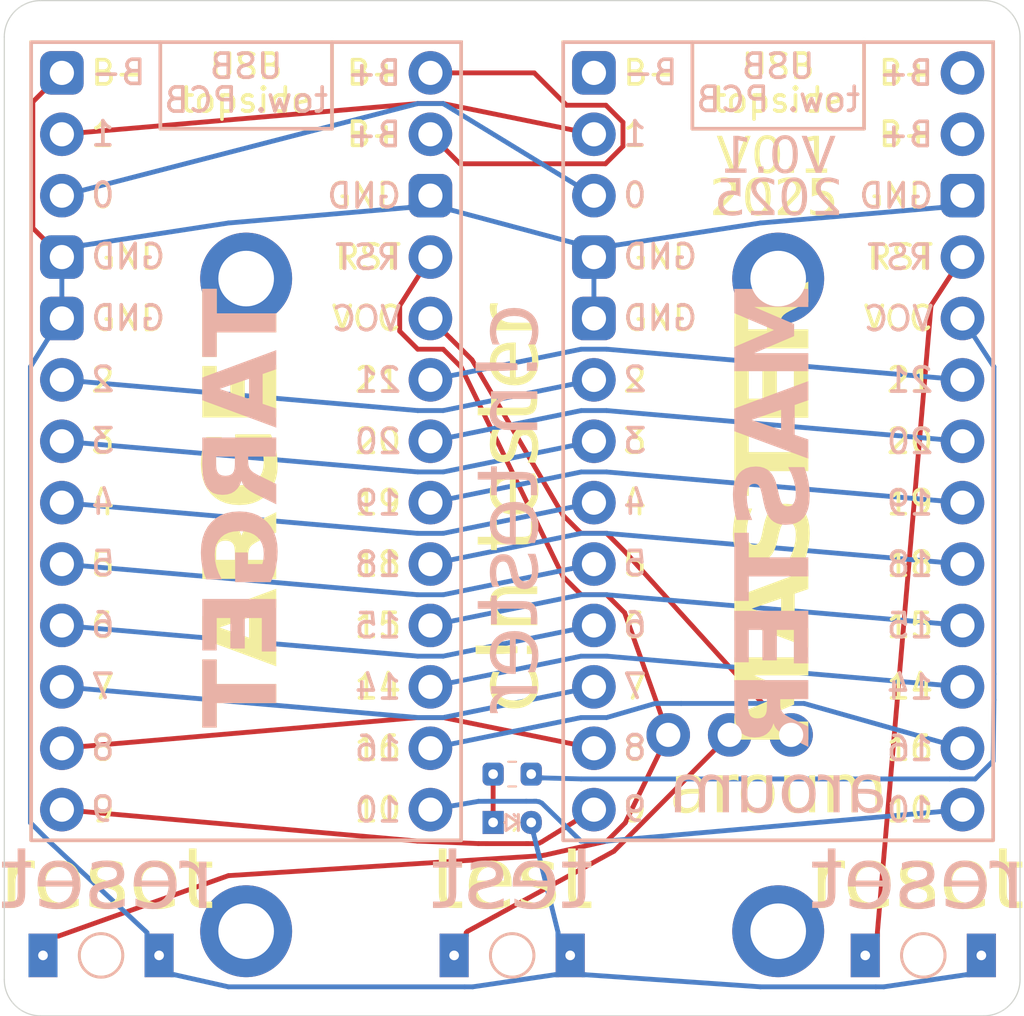
<source format=kicad_pcb>
(kicad_pcb (version 20241229) (generator "pcbnew") (generator_version "9.0")
  (layers (0 "F.Cu" signal) (2 "B.Cu" signal) (13 "F.Paste" user) (15 "B.Paste" user) (5 "F.SilkS" user "F.Silkscreen") (7 "B.SilkS" user "B.Silkscreen") (1 "F.Mask" user) (3 "B.Mask" user) (25 "Edge.Cuts" user))
  (net 0 "")
  (net 1 "GND")
  (net 2 "D1")
  (net 3 "D6")
  (net 4 "D3")
  (net 5 "D15")
  (net 6 "D8")
  (net 7 "D21")
  (net 8 "VCC_slave")
  (net 9 "D5")
  (net 10 "D18")
  (net 11 "D16")
  (net 12 "D2")
  (net 13 "D7")
  (net 14 "D19")
  (net 15 "D10")
  (net 16 "D14")
  (net 17 "D9")
  (net 18 "D4")
  (net 19 "D0")
  (net 20 "D20")
  (net 21 "b+_slave")
  (net 22 "RST_slave")
  (net 24 "RST_master")
  (net 26 "STRT_master")
  (net 28 "Net-(VD1-A)")
  (net 29 "LED_master")
  (footprint "PNCATEHO:SW_3x4x2_2legs_duplex" (layer "F.Cu") (at 148.5 79.25)
    (property "Reference" "SW1" (hide yes))
    (property "Value" "SW_Push" (hide yes))
    (fp_circle (center 0 0) (end 0.9 0) (stroke (width 0.12)) (fill no) (layer "F.SilkS"))
    (fp_circle (center 0 0) (end 0.9 0) (stroke (width 0.12)) (fill no) (layer "B.SilkS"))
    (pad "1" thru_hole rect (at -2.4 0) (size 1.2 1.8) (drill 0.4) (layers "*.Cu" "*.Mask") (net 26 "STRT_master"))
    (pad "2" thru_hole rect (at 2.4 0) (size 1.2 1.8) (drill 0.4) (layers "*.Cu" "*.Mask") (net 1 "GND"))
  )
  (footprint "PNCATEHO:SW_3x4x2_2legs_duplex" (layer "F.Cu") (at 165.5 79.25)
    (property "Reference" "SW3" (hide yes))
    (property "Value" "SW_Push" (hide yes))
    (fp_circle (center 0 0) (end 0.9 0) (stroke (width 0.12)) (fill no) (layer "F.SilkS"))
    (fp_circle (center 0 0) (end 0.9 0) (stroke (width 0.12)) (fill no) (layer "B.SilkS"))
    (pad "1" thru_hole rect (at -2.4 0) (size 1.2 1.8) (drill 0.4) (layers "*.Cu" "*.Mask") (net 24 "RST_master"))
    (pad "2" thru_hole rect (at 2.4 0) (size 1.2 1.8) (drill 0.4) (layers "*.Cu" "*.Mask") (net 1 "GND"))
  )
  (footprint "didSwitch:mountingHole_plate" (layer "F.Cu") (at 159.5 51.25 -10)
    (property "Reference" "H2" (hide yes))
    (property "Value" "MountingHole" (hide yes))
    (pad "" thru_hole circle (at 0 0 350) (size 3.8 3.8) (drill 2.3) (layers "*.Cu" "*.Mask"))
  )
  (footprint "didSwitch:mountingHole_plate" (layer "F.Cu") (at 159.5 78.25 -10)
    (property "Reference" "H4" (hide yes))
    (property "Value" "MountingHole" (hide yes))
    (pad "" thru_hole circle (at 0 0 350) (size 3.8 3.8) (drill 2.3) (layers "*.Cu" "*.Mask"))
  )
  (footprint "didSwitch:mountingHole_plate" (layer "F.Cu") (at 137.5 78.25 -10)
    (property "Reference" "H3" (hide yes))
    (property "Value" "MountingHole" (hide yes))
    (pad "" thru_hole circle (at 0 0 350) (size 3.8 3.8) (drill 2.3) (layers "*.Cu" "*.Mask"))
  )
  (footprint "didSwitch:mountingHole_plate" (layer "F.Cu") (at 137.5 51.25 -10)
    (property "Reference" "H1" (hide yes))
    (property "Value" "MountingHole" (hide yes))
    (pad "" thru_hole circle (at 0 0 350) (size 3.8 3.8) (drill 2.3) (layers "*.Cu" "*.Mask"))
  )
  (footprint "SuperMini_nRF52840_AH_Reversible" (layer "F.Cu") (at 159.5 59.25)
    (property "Reference" "U2" (hide yes))
    (property "Value" "ProMicro_r" (hide yes))
    (fp_line (start -3.55 -14.2) (end -3.55 -17.78) (stroke (width 0.15)) (layer "F.SilkS"))
    (fp_line (start 3.55 -14.2) (end -3.55 -14.2) (stroke (width 0.15)) (layer "F.SilkS"))
    (fp_line (start 3.55 -14.2) (end 3.55 -17.78) (stroke (width 0.15)) (layer "F.SilkS"))
    (fp_rect (start -8.89 -17.78) (end 8.89 15.24) (stroke (width 0.15)) (fill no) (layer "F.SilkS"))
    (fp_line (start -3.55 -14.2) (end -3.55 -17.78) (stroke (width 0.15)) (layer "B.SilkS"))
    (fp_line (start -3.55 -14.2) (end 3.55 -14.2) (stroke (width 0.15)) (layer "B.SilkS"))
    (fp_line (start 3.55 -14.2) (end 3.55 -17.78) (stroke (width 0.15)) (layer "B.SilkS"))
    (fp_rect (start 8.89 -17.78) (end -8.89 15.24) (stroke (width 0.15)) (fill no) (layer "B.SilkS"))
    (fp_text user "topside" (at 0 -14.8 0) (layer "F.SilkS") (effects (justify bottom)))
    (fp_text user "USB" (at 0 -16.2 0) (layer "F.SilkS") (effects (justify bottom)))
    (fp_text user "tow. PCB" (at 0 -14.83 0) (layer "B.SilkS") (effects (justify bottom mirror)))
    (fp_text user "USB" (at 0 -16.2 0) (layer "B.SilkS") (effects (justify bottom mirror)))
    (pad "1" thru_hole circle (at -7.62 -13.97) (size 1.8 1.8) (drill 1) (layers "*.Cu" "*.Mask") (net 2 "D1"))
    (pad "2" thru_hole circle (at -7.62 -11.43) (size 1.8 1.8) (drill 1) (layers "*.Cu" "*.Mask") (net 19 "D0"))
    (pad "3" thru_hole roundrect (at -7.62 -8.89) (size 1.8 1.8) (drill 1) (layers "*.Cu" "*.Mask") (net 1 "GND"))
    (pad "4" thru_hole roundrect (at -7.62 -6.35) (size 1.8 1.8) (drill 1) (layers "*.Cu" "*.Mask") (net 1 "GND"))
    (pad "5" thru_hole circle (at -7.62 -3.81) (size 1.8 1.8) (drill 1) (layers "*.Cu" "*.Mask") (net 12 "D2"))
    (pad "6" thru_hole circle (at -7.62 -1.27) (size 1.8 1.8) (drill 1) (layers "*.Cu" "*.Mask") (net 4 "D3"))
    (pad "7" thru_hole circle (at -7.62 1.27) (size 1.8 1.8) (drill 1) (layers "*.Cu" "*.Mask") (net 18 "D4"))
    (pad "8" thru_hole circle (at -7.62 3.81) (size 1.8 1.8) (drill 1) (layers "*.Cu" "*.Mask") (net 9 "D5"))
    (pad "9" thru_hole circle (at -7.62 6.35) (size 1.8 1.8) (drill 1) (layers "*.Cu" "*.Mask") (net 3 "D6"))
    (pad "10" thru_hole circle (at -7.62 8.89) (size 1.8 1.8) (drill 1) (layers "*.Cu" "*.Mask") (net 13 "D7"))
    (pad "11" thru_hole circle (at -7.62 11.43) (size 1.8 1.8) (drill 1) (layers "*.Cu" "*.Mask") (net 6 "D8"))
    (pad "12" thru_hole circle (at -7.62 13.97) (size 1.8 1.8) (drill 1) (layers "*.Cu" "*.Mask") (net 17 "D9"))
    (pad "13" thru_hole circle (at 7.62 13.97) (size 1.8 1.8) (drill 1) (layers "*.Cu" "*.Mask") (net 15 "D10"))
    (pad "14" thru_hole circle (at 7.62 11.43) (size 1.8 1.8) (drill 1) (layers "*.Cu" "*.Mask") (net 11 "D16"))
    (pad "15" thru_hole circle (at 7.62 8.89) (size 1.8 1.8) (drill 1) (layers "*.Cu" "*.Mask") (net 16 "D14"))
    (pad "16" thru_hole circle (at 7.62 6.35) (size 1.8 1.8) (drill 1) (layers "*.Cu" "*.Mask") (net 5 "D15"))
    (pad "17" thru_hole circle (at 7.62 3.81) (size 1.8 1.8) (drill 1) (layers "*.Cu" "*.Mask") (net 10 "D18"))
    (pad "18" thru_hole circle (at 7.62 1.27) (size 1.8 1.8) (drill 1) (layers "*.Cu" "*.Mask") (net 14 "D19"))
    (pad "19" thru_hole circle (at 7.62 -1.27) (size 1.8 1.8) (drill 1) (layers "*.Cu" "*.Mask") (net 20 "D20"))
    (pad "20" thru_hole circle (at 7.62 -3.81) (size 1.8 1.8) (drill 1) (layers "*.Cu" "*.Mask") (net 7 "D21"))
    (pad "21" thru_hole circle (at 7.62 -6.35) (size 1.8 1.8) (drill 1) (layers "*.Cu" "*.Mask") (net 29 "LED_master"))
    (pad "22" thru_hole circle (at 7.62 -8.89) (size 1.8 1.8) (drill 1) (layers "*.Cu" "*.Mask") (net 24 "RST_master"))
    (pad "23" thru_hole roundrect (at 7.62 -11.43) (size 1.8 1.8) (drill 1) (layers "*.Cu" "*.Mask") (net 1 "GND"))
    (pad "24" thru_hole circle (at 7.62 -13.97) (size 1.8 1.8) (drill 1) (layers "*.Cu" "*.Mask"))
    (pad "25" thru_hole circle (at -4.5466 10.87628) (size 1.8 1.8) (drill 1) (layers "*.Cu" "*.Mask") (net 22 "RST_slave"))
    (pad "26" thru_hole circle (at -2.0066 10.87628) (size 1.8 1.8) (drill 1) (layers "*.Cu" "*.Mask") (net 26 "STRT_master"))
    (pad "27" thru_hole circle (at 0.5334 10.87628) (size 1.8 1.8) (drill 1) (layers "*.Cu" "*.Mask") (net 8 "VCC_slave"))
    (pad "28" thru_hole roundrect (at -7.62 -16.51) (size 1.8 1.8) (drill 1) (layers "*.Cu" "*.Mask"))
    (pad "29" thru_hole circle (at 7.62 -16.51) (size 1.8 1.8) (drill 1) (layers "*.Cu" "*.Mask"))
  )
  (footprint "SuperMini_nRF52840_AH_Reversible" (layer "F.Cu") (at 137.5 59.25)
    (property "Reference" "U1" (hide yes))
    (property "Value" "ProMicro_r" (hide yes))
    (fp_line (start -3.55 -14.2) (end -3.55 -17.78) (stroke (width 0.15)) (layer "F.SilkS"))
    (fp_line (start 3.55 -14.2) (end -3.55 -14.2) (stroke (width 0.15)) (layer "F.SilkS"))
    (fp_line (start 3.55 -14.2) (end 3.55 -17.78) (stroke (width 0.15)) (layer "F.SilkS"))
    (fp_rect (start -8.89 -17.78) (end 8.89 15.24) (stroke (width 0.15)) (fill no) (layer "F.SilkS"))
    (fp_line (start -3.55 -14.2) (end -3.55 -17.78) (stroke (width 0.15)) (layer "B.SilkS"))
    (fp_line (start -3.55 -14.2) (end 3.55 -14.2) (stroke (width 0.15)) (layer "B.SilkS"))
    (fp_line (start 3.55 -14.2) (end 3.55 -17.78) (stroke (width 0.15)) (layer "B.SilkS"))
    (fp_rect (start 8.89 -17.78) (end -8.89 15.24) (stroke (width 0.15)) (fill no) (layer "B.SilkS"))
    (fp_text user "USB" (at 0 -16.2 0) (layer "F.SilkS") (effects (justify bottom)))
    (fp_text user "topside" (at 0 -14.8 0) (layer "F.SilkS") (effects (justify bottom)))
    (fp_text user "USB" (at 0 -16.2 0) (layer "B.SilkS") (effects (justify bottom mirror)))
    (fp_text user "tow. PCB" (at 0 -14.8 0) (layer "B.SilkS") (effects (justify bottom mirror)))
    (pad "1" thru_hole circle (at -7.62 -13.97) (size 1.8 1.8) (drill 1) (layers "*.Cu" "*.Mask") (net 2 "D1"))
    (pad "2" thru_hole circle (at -7.62 -11.43) (size 1.8 1.8) (drill 1) (layers "*.Cu" "*.Mask") (net 19 "D0"))
    (pad "3" thru_hole roundrect (at -7.62 -8.89) (size 1.8 1.8) (drill 1) (layers "*.Cu" "*.Mask") (net 1 "GND"))
    (pad "4" thru_hole roundrect (at -7.62 -6.35) (size 1.8 1.8) (drill 1) (layers "*.Cu" "*.Mask") (net 1 "GND"))
    (pad "5" thru_hole circle (at -7.62 -3.81) (size 1.8 1.8) (drill 1) (layers "*.Cu" "*.Mask") (net 12 "D2"))
    (pad "6" thru_hole circle (at -7.62 -1.27) (size 1.8 1.8) (drill 1) (layers "*.Cu" "*.Mask") (net 4 "D3"))
    (pad "7" thru_hole circle (at -7.62 1.27) (size 1.8 1.8) (drill 1) (layers "*.Cu" "*.Mask") (net 18 "D4"))
    (pad "8" thru_hole circle (at -7.62 3.81) (size 1.8 1.8) (drill 1) (layers "*.Cu" "*.Mask") (net 9 "D5"))
    (pad "9" thru_hole circle (at -7.62 6.35) (size 1.8 1.8) (drill 1) (layers "*.Cu" "*.Mask") (net 3 "D6"))
    (pad "10" thru_hole circle (at -7.62 8.89) (size 1.8 1.8) (drill 1) (layers "*.Cu" "*.Mask") (net 13 "D7"))
    (pad "11" thru_hole circle (at -7.62 11.43) (size 1.8 1.8) (drill 1) (layers "*.Cu" "*.Mask") (net 6 "D8"))
    (pad "12" thru_hole circle (at -7.62 13.97) (size 1.8 1.8) (drill 1) (layers "*.Cu" "*.Mask") (net 17 "D9"))
    (pad "13" thru_hole circle (at 7.62 13.97) (size 1.8 1.8) (drill 1) (layers "*.Cu" "*.Mask") (net 15 "D10"))
    (pad "14" thru_hole circle (at 7.62 11.43) (size 1.8 1.8) (drill 1) (layers "*.Cu" "*.Mask") (net 11 "D16"))
    (pad "15" thru_hole circle (at 7.62 8.89) (size 1.8 1.8) (drill 1) (layers "*.Cu" "*.Mask") (net 16 "D14"))
    (pad "16" thru_hole circle (at 7.62 6.35) (size 1.8 1.8) (drill 1) (layers "*.Cu" "*.Mask") (net 5 "D15"))
    (pad "17" thru_hole circle (at 7.62 3.81) (size 1.8 1.8) (drill 1) (layers "*.Cu" "*.Mask") (net 10 "D18"))
    (pad "18" thru_hole circle (at 7.62 1.27) (size 1.8 1.8) (drill 1) (layers "*.Cu" "*.Mask") (net 14 "D19"))
    (pad "19" thru_hole circle (at 7.62 -1.27) (size 1.8 1.8) (drill 1) (layers "*.Cu" "*.Mask") (net 20 "D20"))
    (pad "20" thru_hole circle (at 7.62 -3.81) (size 1.8 1.8) (drill 1) (layers "*.Cu" "*.Mask") (net 7 "D21"))
    (pad "21" thru_hole circle (at 7.62 -6.35) (size 1.8 1.8) (drill 1) (layers "*.Cu" "*.Mask") (net 8 "VCC_slave"))
    (pad "22" thru_hole circle (at 7.62 -8.89) (size 1.8 1.8) (drill 1) (layers "*.Cu" "*.Mask") (net 22 "RST_slave"))
    (pad "23" thru_hole roundrect (at 7.62 -11.43) (size 1.8 1.8) (drill 1) (layers "*.Cu" "*.Mask") (net 1 "GND"))
    (pad "24" thru_hole circle (at 7.62 -13.97) (size 1.8 1.8) (drill 1) (layers "*.Cu" "*.Mask") (net 21 "b+_slave"))
    (pad "28" thru_hole roundrect (at -7.62 -16.51) (size 1.8 1.8) (drill 1) (layers "*.Cu" "*.Mask") (net 1 "GND"))
    (pad "29" thru_hole circle (at 7.62 -16.51) (size 1.8 1.8) (drill 1) (layers "*.Cu" "*.Mask") (net 21 "b+_slave"))
  )
  (footprint "PNCATEHO:SW_3x4x2_2legs_duplex" (layer "F.Cu") (at 131.5 79.25)
    (property "Reference" "SW2" (hide yes))
    (property "Value" "SW_Push" (hide yes))
    (fp_circle (center 0 0) (end 0.9 0) (stroke (width 0.12)) (fill no) (layer "F.SilkS"))
    (fp_circle (center 0 0) (end 0.9 0) (stroke (width 0.12)) (fill no) (layer "B.SilkS"))
    (pad "1" thru_hole rect (at -2.4 0) (size 1.2 1.8) (drill 0.4) (layers "*.Cu" "*.Mask") (net 22 "RST_slave"))
    (pad "2" thru_hole rect (at 2.4 0) (size 1.2 1.8) (drill 0.4) (layers "*.Cu" "*.Mask") (net 1 "GND"))
  )
  (footprint "didSwitch:LED_0603_1608Metric_rev" (layer "F.Cu") (at 148.5 73.75 180)
    (property "Reference" "VD1" (hide yes))
    (property "Value" "LED" (hide yes))
    (fp_line (start 0.3048 0) (end 0.254 0) (stroke (width 0.12)) (layer "F.SilkS"))
    (fp_line (start 0.254 0.3302) (end 0.254 -0.3302) (stroke (width 0.12)) (layer "F.SilkS"))
    (fp_line (start 0.254 -0.3302) (end -0.254 0) (stroke (width 0.12)) (layer "F.SilkS"))
    (fp_line (start -0.127 -0.254) (end -0.0762 -0.3302) (stroke (width 0.12)) (layer "F.SilkS"))
    (fp_line (start -0.254 0.3302) (end -0.254 -0.3302) (stroke (width 0.12)) (layer "F.SilkS"))
    (fp_line (start -0.254 0) (end -0.2794 0) (stroke (width 0.12)) (layer "F.SilkS"))
    (fp_line (start -0.254 -0.0254) (end 0.254 0.3302) (stroke (width 0.12)) (layer "F.SilkS"))
    (fp_line (start 0.3048 0) (end 0.254 0) (stroke (width 0.12)) (layer "B.SilkS"))
    (fp_line (start 0.254 0.3302) (end -0.254 0) (stroke (width 0.12)) (layer "B.SilkS"))
    (fp_line (start 0.254 -0.3302) (end 0.254 0.3302) (stroke (width 0.12)) (layer "B.SilkS"))
    (fp_line (start -0.127 0.254) (end -0.0762 0.3302) (stroke (width 0.12)) (layer "B.SilkS"))
    (fp_line (start -0.254 0.0254) (end 0.254 -0.3302) (stroke (width 0.12)) (layer "B.SilkS"))
    (fp_line (start -0.254 0) (end -0.2794 0) (stroke (width 0.12)) (layer "B.SilkS"))
    (fp_line (start -0.254 -0.3302) (end -0.254 0.3302) (stroke (width 0.12)) (layer "B.SilkS"))
    (pad "1" thru_hole roundrect (at -0.7875 0 180) (size 0.875 0.95) (drill 0.4) (layers "*.Cu" "*.Mask") (roundrect_rratio 0.457) (net 1 "GND"))
    (pad "2" thru_hole rect (at 0.7875 0 180) (size 0.875 0.95) (drill 0.4) (layers "*.Cu" "*.Mask") (net 28 "Net-(VD1-A)"))
  )
  (footprint "didSwitch:R_0603_1608Metric_rev" (layer "B.Cu") (at 148.5 71.75)
    (property "Reference" "R1" (hide yes))
    (property "Value" "R" (hide yes))
    (fp_line (start 0.162779 -0.51) (end -0.162779 -0.51) (stroke (width 0.08)) (layer "F.SilkS"))
    (fp_line (start 0.162779 0.51) (end -0.162779 0.51) (stroke (width 0.08)) (layer "F.SilkS"))
    (fp_line (start 0.162779 -0.51) (end -0.162779 -0.51) (stroke (width 0.08)) (layer "B.SilkS"))
    (fp_line (start 0.162779 0.51) (end -0.162779 0.51) (stroke (width 0.08)) (layer "B.SilkS"))
    (pad "1" thru_hole roundrect (at 0.7875 0 180) (size 0.875 0.95) (drill 0.4) (layers "*.Cu" "*.Mask") (net 29 "LED_master"))
    (pad "2" thru_hole roundrect (at -0.7875 0 180) (size 0.875 0.95) (drill 0.4) (layers "*.Cu" "*.Mask") (net 28 "Net-(VD1-A)"))
  )
  (gr_line (start 168 81.75) (end 129 81.75) (stroke (width 0.05)) (layer "Edge.Cuts"))
  (gr_arc (start 168 39.75) (mid 169.06066 40.18934) (end 169.5 41.25) (stroke (width 0.05)) (layer "Edge.Cuts"))
  (gr_line (start 127.5 80.25) (end 127.5 41.25) (stroke (width 0.05)) (layer "Edge.Cuts"))
  (gr_arc (start 127.5 41.25) (mid 127.93934 40.18934) (end 129 39.75) (stroke (width 0.05)) (layer "Edge.Cuts"))
  (gr_line (start 129 39.75) (end 168 39.75) (stroke (width 0.05)) (layer "Edge.Cuts"))
  (gr_line (start 169.5 41.25) (end 169.5 80.25) (stroke (width 0.05)) (layer "Edge.Cuts"))
  (gr_arc (start 169.5 80.25) (mid 169.06066 81.31066) (end 168 81.75) (stroke (width 0.05)) (layer "Edge.Cuts"))
  (gr_arc (start 129 81.75) (mid 127.93934 81.31066) (end 127.5 80.25) (stroke (width 0.05)) (layer "Edge.Cuts"))
  (gr_text "21" (at 144 55.44 0) (layer "F.SilkS") (effects (font (size 1 1)) (justify right)))
  (gr_text "9" (at 153 73.22 0) (layer "F.SilkS") (effects (font (size 1 1)) (justify left)))
  (gr_text "10" (at 166 73.22 0) (layer "F.SilkS") (effects (font (size 1 1)) (justify right)))
  (gr_text "1" (at 131 45.28 0) (layer "F.SilkS") (effects (font (size 1 1)) (justify left)))
  (gr_text "7" (at 131 68.14 0) (layer "F.SilkS") (effects (font (size 1 1)) (justify left)))
  (gr_text "15" (at 166 65.6 0) (layer "F.SilkS") (effects (font (size 1 1)) (justify right)))
  (gr_text "1" (at 153 45.28 0) (layer "F.SilkS") (effects (font (size 1 1)) (justify left)))
  (gr_text "3" (at 131 57.98 0) (layer "F.SilkS") (effects (font (size 1 1)) (justify left)))
  (gr_text "18" (at 166 63.06 0) (layer "F.SilkS") (effects (font (size 1 1)) (justify right)))
  (gr_text "10" (at 144 73.22 0) (layer "F.SilkS") (effects (font (size 1 1)) (justify right)))
  (gr_text "GND" (at 153 52.9 0) (layer "F.SilkS") (effects (font (size 1 1)) (justify left)))
  (gr_text "MASTER" (at 159.5 61 90) (layer "F.SilkS") (effects (font (size 3 3) (thickness 0.2) (bold yes))))
  (gr_text "VCC" (at 166 52.9 0) (layer "F.SilkS") (effects (font (size 1 1)) (justify right)))
  (gr_text "19" (at 144 60.52 0) (layer "F.SilkS") (effects (font (size 1 1)) (justify right)))
  (gr_text "VCC" (at 144 52.9 0) (layer "F.SilkS") (effects (font (size 1 1)) (justify right)))
  (gr_text "0" (at 153 47.82 0) (layer "F.SilkS") (effects (font (size 1 1)) (justify left)))
  (gr_text "14" (at 144 68.14 0) (layer "F.SilkS") (effects (font (size 1 1)) (justify right)))
  (gr_text "16" (at 166 70.68 0) (layer "F.SilkS") (effects (font (size 1 1)) (justify right)))
  (gr_text "GND" (at 131 52.9 0) (layer "F.SilkS") (effects (font (size 1 1)) (justify left)))
  (gr_text "9" (at 131 73.22 0) (layer "F.SilkS") (effects (font (size 1 1)) (justify left)))
  (gr_text "16" (at 144 70.68 0) (layer "F.SilkS") (effects (font (size 1 1)) (justify right)))
  (gr_text "4" (at 153 60.52 0) (layer "F.SilkS") (effects (font (size 1 1)) (justify left)))
  (gr_text "aroum" (at 159.5 72.5 0) (layer "F.SilkS") (effects (font (size 2 2))))
  (gr_text "B+" (at 166 45.28 0) (layer "F.SilkS") (effects (font (size 1 1)) (justify right)))
  (gr_text "GND" (at 153 50.36 0) (layer "F.SilkS") (effects (font (size 1 1)) (justify left)))
  (gr_text "19" (at 166 60.52 0) (layer "F.SilkS") (effects (font (size 1 1)) (justify right)))
  (gr_text "2025" (at 159.33 48 0) (layer "F.SilkS") (effects (font (size 1.5 1.5))))
  (gr_text "GND" (at 144 47.82 0) (layer "F.SilkS") (effects (font (size 1 1)) (justify right)))
  (gr_text "0" (at 131 47.82 0) (layer "F.SilkS") (effects (font (size 1 1)) (justify left)))
  (gr_text "20" (at 144 57.98 0) (layer "F.SilkS") (effects (font (size 1 1)) (justify right)))
  (gr_text "RST" (at 144 50.36 0) (layer "F.SilkS") (effects (font (size 1 1)) (justify right)))
  (gr_text "8" (at 153 70.68 0) (layer "F.SilkS") (effects (font (size 1 1)) (justify left)))
  (gr_text "5" (at 131 63.06 0) (layer "F.SilkS") (effects (font (size 1 1)) (justify left)))
  (gr_text "RST" (at 166 50.36 0) (layer "F.SilkS") (effects (font (size 1 1)) (justify right)))
  (gr_text "GND" (at 166 47.82 0) (layer "F.SilkS") (effects (font (size 1 1)) (justify right)))
  (gr_text "15" (at 144 65.6 0) (layer "F.SilkS") (effects (font (size 1 1)) (justify right)))
  (gr_text "test" (at 148.5 76.25 0) (layer "F.SilkS") (effects (font (size 2.5 2.5))))
  (gr_text "4" (at 131 60.52 0) (layer "F.SilkS") (effects (font (size 1 1)) (justify left)))
  (gr_text "B+" (at 166 42.74 0) (layer "F.SilkS") (effects (font (size 1 1)) (justify right)))
  (gr_text "8" (at 131 70.68 0) (layer "F.SilkS") (effects (font (size 1 1)) (justify left)))
  (gr_text "6" (at 153 65.6 0) (layer "F.SilkS") (effects (font (size 1 1)) (justify left)))
  (gr_text "V0.1\n" (at 159.33 46.25 0) (layer "F.SilkS") (effects (font (size 1.5 1.5))))
  (gr_text "B-" (at 153 42.74 0) (layer "F.SilkS") (effects (font (size 1 1)) (justify left)))
  (gr_text "5" (at 153 63.06 0) (layer "F.SilkS") (effects (font (size 1 1)) (justify left)))
  (gr_text "18" (at 144 63.06 0) (layer "F.SilkS") (effects (font (size 1 1)) (justify right)))
  (gr_text "3" (at 153 57.98 0) (layer "F.SilkS") (effects (font (size 1 1)) (justify left)))
  (gr_text "7" (at 153 68.14 0) (layer "F.SilkS") (effects (font (size 1 1)) (justify left)))
  (gr_text "14" (at 166 68.14 0) (layer "F.SilkS") (effects (font (size 1 1)) (justify right)))
  (gr_text "2" (at 153 55.44 0) (layer "F.SilkS") (effects (font (size 1 1)) (justify left)))
  (gr_text "B-" (at 131 42.74 0) (layer "F.SilkS") (effects (font (size 1 1)) (justify left)))
  (gr_text "B+" (at 144 45.28 0) (layer "F.SilkS") (effects (font (size 1 1)) (justify right)))
  (gr_text "20" (at 166 57.98 0) (layer "F.SilkS") (effects (font (size 1 1)) (justify right)))
  (gr_text "21" (at 166 55.44 0) (layer "F.SilkS") (effects (font (size 1 1)) (justify right)))
  (gr_text "reset" (at 165.25 76.25 0) (layer "F.SilkS") (effects (font (size 2.5 2.5))))
  (gr_text "c!n tester" (at 148.5 60.75 90) (layer "F.SilkS") (effects (font (size 2.5 2.5))))
  (gr_text "TARGET" (at 137.5 60.75 90) (layer "F.SilkS") (effects (font (size 3 3) (thickness 0.2) (bold yes))))
  (gr_text "B+" (at 144 42.74 0) (layer "F.SilkS") (effects (font (size 1 1)) (justify right)))
  (gr_text "reset" (at 131.75 76.25 0) (layer "F.SilkS") (effects (font (size 2.5 2.5))))
  (gr_text "6" (at 131 65.6 0) (layer "F.SilkS") (effects (font (size 1 1)) (justify left)))
  (gr_text "GND" (at 131 50.36 0) (layer "F.SilkS") (effects (font (size 1 1)) (justify left)))
  (gr_text "2" (at 131 55.44 0) (layer "F.SilkS") (effects (font (size 1 1)) (justify left)))
  (gr_text "15" (at 144 65.61 -0) (layer "B.SilkS") (effects (font (size 1 1)) (justify left mirror)))
  (gr_text "7" (at 153 68.12 0) (layer "B.SilkS") (effects (font (size 1 1)) (justify right mirror)))
  (gr_text "9" (at 153 73.2 0) (layer "B.SilkS") (effects (font (size 1 1)) (justify right mirror)))
  (gr_text "reset" (at 165.25 76.25 -0) (layer "B.SilkS") (effects (font (size 2.5 2.5)) (justify mirror)))
  (gr_text "21" (at 166 55.45 0) (layer "B.SilkS") (effects (font (size 1 1)) (justify left mirror)))
  (gr_text "GND" (at 131 52.88 -0) (layer "B.SilkS") (effects (font (size 1 1)) (justify right mirror)))
  (gr_text "RST" (at 144 50.37 -0) (layer "B.SilkS") (effects (font (size 1 1)) (justify left mirror)))
  (gr_text "15" (at 166 65.61 0) (layer "B.SilkS") (effects (font (size 1 1)) (justify left mirror)))
  (gr_text "GND" (at 153 52.88 0) (layer "B.SilkS") (effects (font (size 1 1)) (justify right mirror)))
  (gr_text "18" (at 144 63.07 -0) (layer "B.SilkS") (effects (font (size 1 1)) (justify left mirror)))
  (gr_text "GND" (at 153 50.34 0) (layer "B.SilkS") (effects (font (size 1 1)) (justify right mirror)))
  (gr_text "7" (at 131 68.12 -0) (layer "B.SilkS") (effects (font (size 1 1)) (justify right mirror)))
  (gr_text "GND" (at 144 47.83 -0) (layer "B.SilkS") (effects (font (size 1 1)) (justify left mirror)))
  (gr_text "3" (at 153 57.96 0) (layer "B.SilkS") (effects (font (size 1 1)) (justify right mirror)))
  (gr_text "B+" (at 166 42.75 0) (layer "B.SilkS") (effects (font (size 1 1)) (justify left mirror)))
  (gr_text "16" (at 166 70.69 0) (layer "B.SilkS") (effects (font (size 1 1)) (justify left mirror)))
  (gr_text "3" (at 131 57.96 -0) (layer "B.SilkS") (effects (font (size 1 1)) (justify right mirror)))
  (gr_text "5" (at 131 63.04 -0) (layer "B.SilkS") (effects (font (size 1 1)) (justify right mirror)))
  (gr_text "VCC" (at 166 52.91 0) (layer "B.SilkS") (effects (font (size 1 1)) (justify left mirror)))
  (gr_text "8" (at 131 70.66 -0) (layer "B.SilkS") (effects (font (size 1 1)) (justify right mirror)))
  (gr_text "5" (at 153 63.04 0) (layer "B.SilkS") (effects (font (size 1 1)) (justify right mirror)))
  (gr_text "GND" (at 166 47.83 0) (layer "B.SilkS") (effects (font (size 1 1)) (justify left mirror)))
  (gr_text "8" (at 153 70.66 0) (layer "B.SilkS") (effects (font (size 1 1)) (justify right mirror)))
  (gr_text "0" (at 153 47.8 0) (layer "B.SilkS") (effects (font (size 1 1)) (justify right mirror)))
  (gr_text "1" (at 153 45.26 0) (layer "B.SilkS") (effects (font (size 1 1)) (justify right mirror)))
  (gr_text "20" (at 166 57.99 0) (layer "B.SilkS") (effects (font (size 1 1)) (justify left mirror)))
  (gr_text "19" (at 166 60.53 0) (layer "B.SilkS") (effects (font (size 1 1)) (justify left mirror)))
  (gr_text "10" (at 166 73.23 0) (layer "B.SilkS") (effects (font (size 1 1)) (justify left mirror)))
  (gr_text "20" (at 144 57.99 -0) (layer "B.SilkS") (effects (font (size 1 1)) (justify left mirror)))
  (gr_text "4" (at 153 60.5 0) (layer "B.SilkS") (effects (font (size 1 1)) (justify right mirror)))
  (gr_text "2025" (at 159.5 48 0) (layer "B.SilkS") (effects (font (size 1.5 1.5)) (justify mirror)))
  (gr_text "2" (at 153 55.42 0) (layer "B.SilkS") (effects (font (size 1 1)) (justify right mirror)))
  (gr_text "6" (at 131 65.58 -0) (layer "B.SilkS") (effects (font (size 1 1)) (justify right mirror)))
  (gr_text "V0.1\n" (at 159.5 46.25 0) (layer "B.SilkS") (effects (font (size 1.5 1.5)) (justify mirror)))
  (gr_text "16" (at 144 70.69 -0) (layer "B.SilkS") (effects (font (size 1 1)) (justify left mirror)))
  (gr_text "18" (at 166 63.07 0) (layer "B.SilkS") (effects (font (size 1 1)) (justify left mirror)))
  (gr_text "GND" (at 131 50.34 -0) (layer "B.SilkS") (effects (font (size 1 1)) (justify right mirror)))
  (gr_text "aroum" (at 159.5 72.5 0) (layer "B.SilkS") (effects (font (size 2 2)) (justify mirror)))
  (gr_text "test" (at 148.5 76.25 0) (layer "B.SilkS") (effects (font (size 2.5 2.5)) (justify mirror)))
  (gr_text "B+" (at 144 42.75 -0) (layer "B.SilkS") (effects (font (size 1 1)) (justify left mirror)))
  (gr_text "c!n tester" (at 148.5 60.75 90) (layer "B.SilkS") (effects (font (size 2.5 2.5)) (justify mirror)))
  (gr_text "14" (at 166 68.15 0) (layer "B.SilkS") (effects (font (size 1 1)) (justify left mirror)))
  (gr_text "21" (at 144 55.45 -0) (layer "B.SilkS") (effects (font (size 1 1)) (justify left mirror)))
  (gr_text "MASTER" (at 159.5 61 90) (layer "B.SilkS") (effects (font (size 3 3) (thickness 0.2) (bold yes)) (justify mirror)))
  (gr_text "6" (at 153 65.58 0) (layer "B.SilkS") (effects (font (size 1 1)) (justify right mirror)))
  (gr_text "B+" (at 144 45.29 -0) (layer "B.SilkS") (effects (font (size 1 1)) (justify left mirror)))
  (gr_text "TARGET" (at 137.5 60.75 90) (layer "B.SilkS") (effects (font (size 3 3) (thickness 0.2) (bold yes)) (justify mirror)))
  (gr_text "9" (at 131 73.2 -0) (layer "B.SilkS") (effects (font (size 1 1)) (justify right mirror)))
  (gr_text "1" (at 131 45.26 -0) (layer "B.SilkS") (effects (font (size 1 1)) (justify right mirror)))
  (gr_text "10" (at 144 73.23 -0) (layer "B.SilkS") (effects (font (size 1 1)) (justify left mirror)))
  (gr_text "0" (at 131 47.8 -0) (layer "B.SilkS") (effects (font (size 1 1)) (justify right mirror)))
  (gr_text "B-" (at 131 42.72 -0) (layer "B.SilkS") (effects (font (size 1 1)) (justify right mirror)))
  (gr_text "reset" (at 131.75 76.25 -0) (layer "B.SilkS") (effects (font (size 2.5 2.5)) (justify mirror)))
  (gr_text "VCC" (at 144 52.91 -0) (layer "B.SilkS") (effects (font (size 1 1)) (justify left mirror)))
  (gr_text "B+" (at 166 45.29 0) (layer "B.SilkS") (effects (font (size 1 1)) (justify left mirror)))
  (gr_text "19" (at 144 60.53 -0) (layer "B.SilkS") (effects (font (size 1 1)) (justify left mirror)))
  (gr_text "RST" (at 166 50.37 0) (layer "B.SilkS") (effects (font (size 1 1)) (justify left mirror)))
  (gr_text "4" (at 131 60.5 -0) (layer "B.SilkS") (effects (font (size 1 1)) (justify right mirror)))
  (gr_text "14" (at 144 68.15 -0) (layer "B.SilkS") (effects (font (size 1 1)) (justify left mirror)))
  (gr_text "B-" (at 153 42.72 0) (layer "B.SilkS") (effects (font (size 1 1)) (justify right mirror)))
  (gr_text "2" (at 131 55.42 -0) (layer "B.SilkS") (effects (font (size 1 1)) (justify right mirror)))
  (segment (start 128.679 43.941) (end 129.88 42.74) (width 0.2) (layer "F.Cu") (net 1))
  (segment (start 128.679 49.159) (end 128.679 43.941) (width 0.2) (layer "F.Cu") (net 1))
  (segment (start 129.88 50.36) (end 128.679 49.159) (width 0.2) (layer "F.Cu") (net 1))
  (segment (start 149.3871 74.2326) (end 150.4 78.3086) (width 0.2) (layer "B.Cu") (net 1))
  (segment (start 151.4 80.05) (end 150.9 79.25) (width 0.2) (layer "B.Cu") (net 1))
  (segment (start 152.7777 49.868) (end 151.88 50.36) (width 0.2) (layer "B.Cu") (net 1))
  (segment (start 146.8657 80.55) (end 150.2586 80.05) (width 0.2) (layer "B.Cu") (net 1))
  (segment (start 128.5843 73.7645) (end 129.3355 74.5157) (width 0.2) (layer "B.Cu") (net 1))
  (segment (start 151.5 80.05) (end 151.4 80.05) (width 0.2) (layer "B.Cu") (net 1))
  (segment (start 150.4 78.45) (end 150.9 79.25) (width 0.2) (layer "B.Cu") (net 1))
  (segment (start 166.2222 48.312) (end 166.2088 48.312) (width 0.2) (layer "B.Cu") (net 1))
  (segment (start 151.88 52.0983) (end 151.88 52.9) (width 0.2) (layer "B.Cu") (net 1))
  (segment (start 167.4 80.05) (end 167.3 80.05) (width 0.2) (layer "B.Cu") (net 1))
  (segment (start 128.5843 54.8955) (end 128.58 54.9058) (width 0.2) (layer "B.Cu") (net 1))
  (segment (start 151.88 51.9983) (end 151.88 52.0983) (width 0.2) (layer "B.Cu") (net 1))
  (segment (start 129.3355 74.5157) (end 133.3414 78.25) (width 0.2) (layer "B.Cu") (net 1))
  (segment (start 149.2875 73.75) (end 149.3871 74.2167) (width 0.2) (layer "B.Cu") (net 1))
  (segment (start 151.0084 49.7624) (end 151.88 50.36) (width 0.2) (layer "B.Cu") (net 1))
  (segment (start 163.5343 80.55) (end 158.7669 80.55) (width 0.2) (layer "B.Cu") (net 1))
  (segment (start 129.88 51.1617) (end 129.88 50.36) (width 0.2) (layer "B.Cu") (net 1))
  (segment (start 136.7669 80.55) (end 146.5343 80.55) (width 0.2) (layer "B.Cu") (net 1))
  (segment (start 136.7669 48.95) (end 144.2088 48.312) (width 0.2) (layer "B.Cu") (net 1))
  (segment (start 150.3 80.05) (end 150.4 80.05) (width 0.2) (layer "B.Cu") (net 1))
  (segment (start 146.5343 80.55) (end 146.8657 80.55) (width 0.2) (layer "B.Cu") (net 1))
  (segment (start 130.7912 49.868) (end 136.7669 48.95) (width 0.2) (layer "B.Cu") (net 1))
  (segment (start 151.88 51.1617) (end 151.88 51.2617) (width 0.2) (layer "B.Cu") (net 1))
  (segment (start 166.2088 48.312) (end 158.7669 48.95) (width 0.2) (layer "B.Cu") (net 1))
  (segment (start 128.58 72.6858) (end 128.58 73.7542) (width 0.2) (layer "B.Cu") (net 1))
  (segment (start 129.88 52.0983) (end 129.88 51.9983) (width 0.2) (layer "B.Cu") (net 1))
  (segment (start 129.88 51.9983) (end 129.88 51.2617) (width 0.2) (layer "B.Cu") (net 1))
  (segment (start 151.88 51.2617) (end 151.88 51.9983) (width 0.2) (layer "B.Cu") (net 1))
  (segment (start 167.12 47.82) (end 166.2222 48.312) (width 0.2) (layer "B.Cu") (net 1))
  (segment (start 128.58 54.9058) (end 128.58 72.6858) (width 0.2) (layer "B.Cu") (net 1))
  (segment (start 130.7777 49.868) (end 130.7912 49.868) (width 0.2) (layer "B.Cu") (net 1))
  (segment (start 145.9916 48.4175) (end 151.0084 49.7624) (width 0.2) (layer "B.Cu") (net 1))
  (segment (start 129.88 52.9) (end 129.88 52.0983) (width 0.2) (layer "B.Cu") (net 1))
  (segment (start 129.88 50.36) (end 130.7777 49.868) (width 0.2) (layer "B.Cu") (net 1))
  (segment (start 150.4 78.3086) (end 150.4 78.35) (width 0.2) (layer "B.Cu") (net 1))
  (segment (start 134.5414 80.05) (end 136.7669 80.55) (width 0.2) (layer "B.Cu") (net 1))
  (segment (start 128.58 73.7542) (end 128.5843 73.7645) (width 0.2) (layer "B.Cu") (net 1))
  (segment (start 133.4 78.45) (end 133.9 79.25) (width 0.2) (layer "B.Cu") (net 1))
  (segment (start 152.7912 49.868) (end 152.7777 49.868) (width 0.2) (layer "B.Cu") (net 1))
  (segment (start 129.88 52.9) (end 129.2824 53.7716) (width 0.2) (layer "B.Cu") (net 1))
  (segment (start 129.2824 53.7757) (end 128.5843 54.8955) (width 0.2) (layer "B.Cu") (net 1))
  (segment (start 134.4 80.05) (end 134.5 80.05) (width 0.2) (layer "B.Cu") (net 1))
  (segment (start 150.4 78.35) (end 150.4 78.45) (width 0.2) (layer "B.Cu") (net 1))
  (segment (start 167.3 80.05) (end 167.2586 80.05) (width 0.2) (layer "B.Cu") (net 1))
  (segment (start 133.4 78.3086) (end 133.4 78.35) (width 0.2) (layer "B.Cu") (net 1))
  (segment (start 163.8657 80.55) (end 163.5343 80.55) (width 0.2) (layer "B.Cu") (net 1))
  (segment (start 134.5 80.05) (end 134.5414 80.05) (width 0.2) (layer "B.Cu") (net 1))
  (segment (start 144.2088 48.312) (end 144.2222 48.312) (width 0.2) (layer "B.Cu") (net 1))
  (segment (start 150.4 80.05) (end 150.9 79.25) (width 0.2) (layer "B.Cu") (net 1))
  (segment (start 133.4 78.35) (end 133.4 78.45) (width 0.2) (layer "B.Cu") (net 1))
  (segment (start 167.9 79.25) (end 167.4 80.05) (width 0.2) (layer "B.Cu") (net 1))
  (segment (start 158.7669 48.95) (end 152.7912 49.868) (width 0.2) (layer "B.Cu") (net 1))
  (segment (start 129.88 51.2617) (end 129.88 51.1617) (width 0.2) (layer "B.Cu") (net 1))
  (segment (start 129.2824 53.7716) (end 129.2824 53.7757) (width 0.2) (layer "B.Cu") (net 1))
  (segment (start 167.2586 80.05) (end 163.8657 80.55) (width 0.2) (layer "B.Cu") (net 1))
  (segment (start 151.5414 80.05) (end 151.5 80.05) (width 0.2) (layer "B.Cu") (net 1))
  (segment (start 133.9 79.25) (end 134.4 80.05) (width 0.2) (layer "B.Cu") (net 1))
  (segment (start 158.7669 80.55) (end 151.5414 80.05) (width 0.2) (layer "B.Cu") (net 1))
  (segment (start 151.88 50.36) (end 151.88 51.1617) (width 0.2) (layer "B.Cu") (net 1))
  (segment (start 144.2222 48.312) (end 145.12 47.82) (width 0.2) (layer "B.Cu") (net 1))
  (segment (start 133.3414 78.25) (end 133.4 78.3086) (width 0.2) (layer "B.Cu") (net 1))
  (segment (start 145.12 47.82) (end 145.9916 48.4175) (width 0.2) (layer "B.Cu") (net 1))
  (segment (start 150.2586 80.05) (end 150.3 80.05) (width 0.2) (layer "B.Cu") (net 1))
  (segment (start 149.3871 74.2167) (end 149.3871 74.2326) (width 0.2) (layer "B.Cu") (net 1))
  (segment (start 129.88 45.28) (end 144.5939 44.01) (width 0.2) (layer "F.Cu") (net 2))
  (segment (start 144.5939 44.01) (end 145.6461 44.01) (width 0.2) (layer "F.Cu") (net 2))
  (segment (start 145.6461 44.01) (end 151.88 45.28) (width 0.2) (layer "F.Cu") (net 2))
  (segment (start 144.5939 66.87) (end 145.6461 66.87) (width 0.2) (layer "B.Cu") (net 3))
  (segment (start 145.6461 66.87) (end 151.88 65.6) (width 0.2) (layer "B.Cu") (net 3))
  (segment (start 129.88 65.6) (end 144.5939 66.87) (width 0.2) (layer "B.Cu") (net 3))
  (segment (start 129.88 57.98) (end 144.5939 59.25) (width 0.2) (layer "B.Cu") (net 4))
  (segment (start 144.5939 59.25) (end 145.6461 59.25) (width 0.2) (layer "B.Cu") (net 4))
  (segment (start 145.6461 59.25) (end 151.88 57.98) (width 0.2) (layer "B.Cu") (net 4))
  (segment (start 145.12 65.6) (end 151.3539 64.33) (width 0.2) (layer "B.Cu") (net 5))
  (segment (start 152.4061 64.33) (end 167.12 65.6) (width 0.2) (layer "B.Cu") (net 5))
  (segment (start 151.3539 64.33) (end 152.4061 64.33) (width 0.2) (layer "B.Cu") (net 5))
  (segment (start 129.88 70.68) (end 144.5939 69.41) (width 0.2) (layer "F.Cu") (net 6))
  (segment (start 144.5939 69.41) (end 145.6461 69.41) (width 0.2) (layer "F.Cu") (net 6))
  (segment (start 145.6461 69.41) (end 151.88 70.68) (width 0.2) (layer "F.Cu") (net 6))
  (segment (start 152.4057 54.1708) (end 167.12 55.44) (width 0.2) (layer "B.Cu") (net 7))
  (segment (start 145.12 55.44) (end 151.3543 54.1708) (width 0.2) (layer "B.Cu") (net 7))
  (segment (start 151.3543 54.1708) (end 152.4057 54.1708) (width 0.2) (layer "B.Cu") (net 7))
  (segment (start 145.9477 53.7204) (end 146.8396 54.6123) (width 0.2) (layer "F.Cu") (net 8))
  (segment (start 150.61 61.0461) (end 151.3539 61.79) (width 0.2) (layer "F.Cu") (net 8))
  (segment (start 152.4061 61.79) (end 153.15 62.5339) (width 0.2) (layer "F.Cu") (net 8))
  (segment (start 145.12 52.9) (end 145.9477 53.7204) (width 0.2) (layer "F.Cu") (net 8))
  (segment (start 151.3539 61.79) (end 152.4061 61.79) (width 0.2) (layer "F.Cu") (net 8))
  (segment (start 146.8396 54.6123) (end 150.61 61.0461) (width 0.2) (layer "F.Cu") (net 8))
  (segment (start 153.15 62.5339) (end 160.0334 70.1263) (width 0.2) (layer "F.Cu") (net 8))
  (segment (start 144.5939 64.33) (end 145.6461 64.33) (width 0.2) (layer "B.Cu") (net 9))
  (segment (start 129.88 63.06) (end 144.5939 64.33) (width 0.2) (layer "B.Cu") (net 9))
  (segment (start 145.6461 64.33) (end 151.88 63.06) (width 0.2) (layer "B.Cu") (net 9))
  (segment (start 151.3539 61.79) (end 152.4061 61.79) (width 0.2) (layer "B.Cu") (net 10))
  (segment (start 152.4061 61.79) (end 167.12 63.06) (width 0.2) (layer "B.Cu") (net 10))
  (segment (start 145.12 63.06) (end 151.3539 61.79) (width 0.2) (layer "B.Cu") (net 10))
  (segment (start 155.4876 68.8263) (end 160.5676 68.8263) (width 0.2) (layer "B.Cu") (net 11))
  (segment (start 160.5676 68.8263) (end 167.12 70.68) (width 0.2) (layer "B.Cu") (net 11))
  (segment (start 152.4061 69.41) (end 154.4192 68.8263) (width 0.2) (layer "B.Cu") (net 11))
  (segment (start 151.3539 69.41) (end 152.4061 69.41) (width 0.2) (layer "B.Cu") (net 11))
  (segment (start 145.12 70.68) (end 151.3539 69.41) (width 0.2) (layer "B.Cu") (net 11))
  (segment (start 154.4192 68.8263) (end 155.4876 68.8263) (width 0.2) (layer "B.Cu") (net 11))
  (segment (start 129.88 55.44) (end 144.5939 56.71) (width 0.2) (layer "B.Cu") (net 12))
  (segment (start 145.6461 56.71) (end 151.88 55.44) (width 0.2) (layer "B.Cu") (net 12))
  (segment (start 144.5939 56.71) (end 145.6461 56.71) (width 0.2) (layer "B.Cu") (net 12))
  (segment (start 144.5939 69.41) (end 145.6461 69.41) (width 0.2) (layer "B.Cu") (net 13))
  (segment (start 145.6461 69.41) (end 151.88 68.14) (width 0.2) (layer "B.Cu") (net 13))
  (segment (start 129.88 68.14) (end 144.5939 69.41) (width 0.2) (layer "B.Cu") (net 13))
  (segment (start 151.3539 59.25) (end 152.4061 59.25) (width 0.2) (layer "B.Cu") (net 14))
  (segment (start 152.4061 59.25) (end 167.12 60.52) (width 0.2) (layer "B.Cu") (net 14))
  (segment (start 145.12 60.52) (end 151.3539 59.25) (width 0.2) (layer "B.Cu") (net 14))
  (segment (start 149.0842 72.8735) (end 149.4156 72.8735) (width 0.2) (layer "B.Cu") (net 15))
  (segment (start 149.6149 72.8931) (end 149.7268 72.9501) (width 0.2) (layer "B.Cu") (net 15))
  (segment (start 149.7268 72.9501) (end 151.3355 74.5157) (width 0.2) (layer "B.Cu") (net 15))
  (segment (start 152.4142 74.52) (end 167.12 73.22) (width 0.2) (layer "B.Cu") (net 15))
  (segment (start 151.3355 74.5157) (end 151.3458 74.52) (width 0.2) (layer "B.Cu") (net 15))
  (segment (start 149.4156 72.8735) (end 149.4908 72.8735) (width 0.2) (layer "B.Cu") (net 15))
  (segment (start 147.1093 72.875) (end 149.0842 72.8735) (width 0.2) (layer "B.Cu") (net 15))
  (segment (start 151.3458 74.52) (end 152.4142 74.52) (width 0.2) (layer "B.Cu") (net 15))
  (segment (start 145.12 73.22) (end 147.1093 72.875) (width 0.2) (layer "B.Cu") (net 15))
  (segment (start 149.4908 72.8735) (end 149.6149 72.8931) (width 0.2) (layer "B.Cu") (net 15))
  (segment (start 145.12 68.14) (end 151.3539 66.87) (width 0.2) (layer "B.Cu") (net 16))
  (segment (start 151.3539 66.87) (end 152.4061 66.87) (width 0.2) (layer "B.Cu") (net 16))
  (segment (start 152.4061 66.87) (end 167.12 68.14) (width 0.2) (layer "B.Cu") (net 16))
  (segment (start 149.7268 74.5499) (end 151.88 73.22) (width 0.2) (layer "F.Cu") (net 17))
  (segment (start 129.88 73.22) (end 144.5858 74.52) (width 0.2) (layer "F.Cu") (net 17))
  (segment (start 149.4908 74.6265) (end 149.6149 74.6069) (width 0.2) (layer "F.Cu") (net 17))
  (segment (start 149.1594 74.6265) (end 149.4908 74.6265) (width 0.2) (layer "F.Cu") (net 17))
  (segment (start 144.5858 74.52) (end 147.1093 74.625) (width 0.2) (layer "F.Cu") (net 17))
  (segment (start 149.6149 74.6069) (end 149.7268 74.5499) (width 0.2) (layer "F.Cu") (net 17))
  (segment (start 149.0842 74.6265) (end 149.1594 74.6265) (width 0.2) (layer "F.Cu") (net 17))
  (segment (start 147.1093 74.625) (end 149.0842 74.6265) (width 0.2) (layer "F.Cu") (net 17))
  (segment (start 144.5939 61.79) (end 145.6461 61.79) (width 0.2) (layer "B.Cu") (net 18))
  (segment (start 129.88 60.52) (end 144.5939 61.79) (width 0.2) (layer "B.Cu") (net 18))
  (segment (start 145.6461 61.79) (end 151.88 60.52) (width 0.2) (layer "B.Cu") (net 18))
  (segment (start 144.5939 44.01) (end 145.6461 44.01) (width 0.2) (layer "B.Cu") (net 19))
  (segment (start 145.6461 44.01) (end 151.88 47.82) (width 0.2) (layer "B.Cu") (net 19))
  (segment (start 129.88 47.82) (end 144.5939 44.01) (width 0.2) (layer "B.Cu") (net 19))
  (segment (start 145.12 57.98) (end 151.3539 56.71) (width 0.2) (layer "B.Cu") (net 20))
  (segment (start 152.4061 56.71) (end 167.12 57.98) (width 0.2) (layer "B.Cu") (net 20))
  (segment (start 151.3539 56.71) (end 152.4061 56.71) (width 0.2) (layer "B.Cu") (net 20))
  (segment (start 149.411 42.74) (end 150.75 44.079) (width 0.2) (layer "F.Cu") (net 21))
  (segment (start 146.34 46.5) (end 145.12 45.28) (width 0.2) (layer "F.Cu") (net 21))
  (segment (start 150.75 44.079) (end 152.377471 44.079) (width 0.2) (layer "F.Cu") (net 21))
  (segment (start 153.081 45.777471) (end 152.358471 46.5) (width 0.2) (layer "F.Cu") (net 21))
  (segment (start 152.358471 46.5) (end 146.34 46.5) (width 0.2) (layer "F.Cu") (net 21))
  (segment (start 153.081 44.782529) (end 153.081 45.777471) (width 0.2) (layer "F.Cu") (net 21))
  (segment (start 152.377471 44.079) (end 153.081 44.782529) (width 0.2) (layer "F.Cu") (net 21))
  (segment (start 145.12 42.74) (end 149.411 42.74) (width 0.2) (layer "F.Cu") (net 21))
  (segment (start 153.15 65.0739) (end 154.9534 70.1263) (width 0.2) (layer "F.Cu") (net 22))
  (segment (start 146.39 54.9139) (end 150.61 63.5861) (width 0.2) (layer "F.Cu") (net 22))
  (segment (start 136.7669 75.95) (end 129.7414 78.45) (width 0.2) (layer "F.Cu") (net 22))
  (segment (start 144.5939 54.17) (end 145.6461 54.17) (width 0.2) (layer "F.Cu") (net 22))
  (segment (start 145.12 50.36) (end 143.85 52.3739) (width 0.2) (layer "F.Cu") (net 22))
  (segment (start 143.85 53.4261) (end 144.5939 54.17) (width 0.2) (layer "F.Cu") (net 22))
  (segment (start 152.4245 74.5157) (end 152.4142 74.52) (width 0.2) (layer "F.Cu") (net 22))
  (segment (start 154.9534 70.1263) (end 153.1757 73.7645) (width 0.2) (layer "F.Cu") (net 22))
  (segment (start 143.85 52.3739) (end 143.85 53.4261) (width 0.2) (layer "F.Cu") (net 22))
  (segment (start 153.1757 73.7645) (end 152.4245 74.5157) (width 0.2) (layer "F.Cu") (net 22))
  (segment (start 152.4061 64.33) (end 153.15 65.0739) (width 0.2) (layer "F.Cu") (net 22))
  (segment (start 151.3539 64.33) (end 152.4061 64.33) (width 0.2) (layer "F.Cu") (net 22))
  (segment (start 152.4142 74.52) (end 149.822 75.1069) (width 0.2) (layer "F.Cu") (net 22))
  (segment (start 150.61 63.5861) (end 151.3539 64.33) (width 0.2) (layer "F.Cu") (net 22))
  (segment (start 145.6461 54.17) (end 146.39 54.9139) (width 0.2) (layer "F.Cu") (net 22))
  (segment (start 129.6 78.45) (end 129.1 79.25) (width 0.2) (layer "F.Cu") (net 22))
  (segment (start 149.822 75.1069) (end 149.6979 75.1265) (width 0.2) (layer "F.Cu") (net 22))
  (segment (start 129.7 78.45) (end 129.6 78.45) (width 0.2) (layer "F.Cu") (net 22))
  (segment (start 149.6979 75.1265) (end 136.7669 75.95) (width 0.2) (layer "F.Cu") (net 22))
  (segment (start 129.7414 78.45) (end 129.7 78.45) (width 0.2) (layer "F.Cu") (net 22))
  (segment (start 163.6 78.45) (end 163.1 79.25) (width 0.2) (layer "F.Cu") (net 24))
  (segment (start 167.12 50.36) (end 165.8243 52.3555) (width 0.2) (layer "F.Cu") (net 24))
  (segment (start 163.6 78.3086) (end 163.6 78.35) (width 0.2) (layer "F.Cu") (net 24))
  (segment (start 163.6 78.35) (end 163.6 78.45) (width 0.2) (layer "F.Cu") (net 24))
  (segment (start 165.82 52.3658) (end 163.6 78.3086) (width 0.2) (layer "F.Cu") (net 24))
  (segment (start 165.8243 52.3555) (end 165.82 52.3658) (width 0.2) (layer "F.Cu") (net 24))
  (segment (start 146.6586 78.25) (end 146.6 78.3086) (width 0.2) (layer "F.Cu") (net 26))
  (segment (start 152.7077 74.9396) (end 146.6586 78.25) (width 0.2) (layer "F.Cu") (net 26))
  (segment (start 146.6 78.45) (end 146.1 79.25) (width 0.2) (layer "F.Cu") (net 26))
  (segment (start 157.4934 70.1263) (end 153.5996 74.0477) (width 0.2) (layer "F.Cu") (net 26))
  (segment (start 146.6 78.3086) (end 146.6 78.35) (width 0.2) (layer "F.Cu") (net 26))
  (segment (start 146.6 78.35) (end 146.6 78.45) (width 0.2) (layer "F.Cu") (net 26))
  (segment (start 153.5996 74.0477) (end 152.7077 74.9396) (width 0.2) (layer "F.Cu") (net 26))
  (segment (start 147.7125 73.375) (end 147.7125 73.75) (width 0.2) (layer "F.Cu") (net 28))
  (segment (start 147.7125 71.75) (end 147.7125 72.1258) (width 0.2) (layer "F.Cu") (net 28))
  (segment (start 147.7125 72.2258) (end 147.7125 73.275) (width 0.2) (layer "F.Cu") (net 28))
  (segment (start 147.7125 72.1258) (end 147.7125 72.2258) (width 0.2) (layer "F.Cu") (net 28))
  (segment (start 147.7125 73.275) (end 147.7125 73.375) (width 0.2) (layer "F.Cu") (net 28))
  (segment (start 168.39 71.2061) (end 168.42 68.6742) (width 0.2) (layer "B.Cu") (net 29))
  (segment (start 149.6258 71.9063) (end 149.7258 71.9063) (width 0.2) (layer "B.Cu") (net 29))
  (segment (start 149.7672 71.9063) (end 151.3539 71.95) (width 0.2) (layer "B.Cu") (net 29))
  (segment (start 168.42 54.9058) (end 168.4157 54.8955) (width 0.2) (layer "B.Cu") (net 29))
  (segment (start 166.5939 71.95) (end 167.6461 71.95) (width 0.2) (layer "B.Cu") (net 29))
  (segment (start 168.42 67.6058) (end 168.42 54.9058) (width 0.2) (layer "B.Cu") (net 29))
  (segment (start 149.7258 71.9063) (end 149.7672 71.9063) (width 0.2) (layer "B.Cu") (net 29))
  (segment (start 149.2875 71.75) (end 149.6258 71.9063) (width 0.2) (layer "B.Cu") (net 29))
  (segment (start 168.4157 54.8955) (end 167.12 52.9) (width 0.2) (layer "B.Cu") (net 29))
  (segment (start 167.6461 71.95) (end 168.39 71.2061) (width 0.2) (layer "B.Cu") (net 29))
  (segment (start 168.42 68.6742) (end 168.42 67.6058) (width 0.2) (layer "B.Cu") (net 29))
  (segment (start 151.3539 71.95) (end 166.5939 71.95) (width 0.2) (layer "B.Cu") (net 29))
)
</source>
